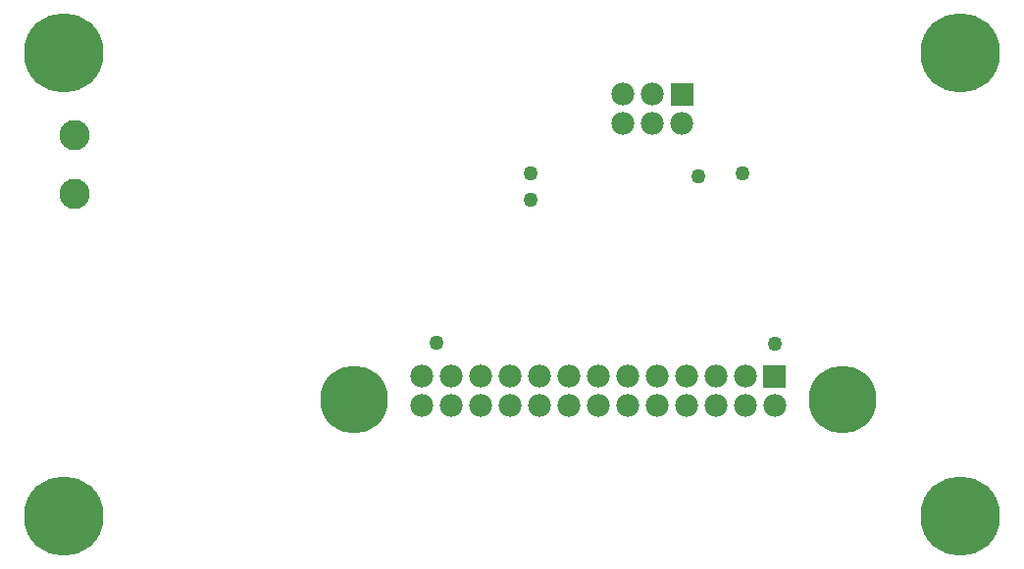
<source format=gbs>
G04 start of page 7 for group -4062 idx -4062 *
G04 Title: Dot-Flip Control, soldermask *
G04 Creator: pcb 20110918 *
G04 CreationDate: Tue 04 Dec 2012 09:28:54 AM GMT UTC *
G04 For: bertho *
G04 Format: Gerber/RS-274X *
G04 PCB-Dimensions: 450000 250000 *
G04 PCB-Coordinate-Origin: lower left *
%MOIN*%
%FSLAX25Y25*%
%LNBOTTOMMASK*%
%ADD86C,0.1033*%
%ADD85C,0.2300*%
%ADD84C,0.2700*%
%ADD83C,0.0500*%
%ADD82C,0.0774*%
%ADD81C,0.0001*%
G54D81*G36*
X245128Y200372D02*Y192628D01*
X252872D01*
Y200372D01*
X245128D01*
G37*
G54D82*X239000Y196500D03*
X229000D03*
X249000Y186500D03*
X239000D03*
X229000D03*
G54D83*X269500Y169500D03*
X254500Y168500D03*
G54D84*X343500Y53000D03*
Y210500D03*
G54D82*X240500Y100500D03*
X230500D03*
X220500D03*
X210500D03*
X200500D03*
X190500D03*
X220500Y90500D03*
X210500D03*
X200500D03*
G54D83*X197500Y160500D03*
Y169500D03*
G54D82*X180500Y100500D03*
X170500D03*
X160500D03*
G54D83*X165500Y112000D03*
G54D82*X190500Y90500D03*
X180500D03*
X170500D03*
X160500D03*
G54D85*X137500Y92500D03*
G54D84*X39000Y53000D03*
Y210500D03*
G54D86*X42500Y182500D03*
Y162500D03*
G54D81*G36*
X276628Y104371D02*Y96628D01*
X284372D01*
Y104371D01*
X276628D01*
G37*
G54D82*X280500Y90500D03*
G54D83*Y111500D03*
G54D82*X250500Y100500D03*
Y90500D03*
X240500D03*
X230500D03*
G54D85*X303500Y92500D03*
G54D82*X270500Y100500D03*
Y90500D03*
X260500Y100500D03*
Y90500D03*
M02*

</source>
